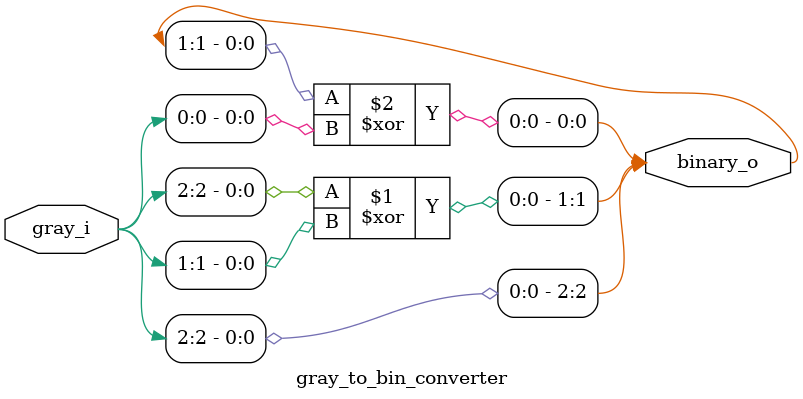
<source format=sv>
module gray_to_bin_converter #(
    parameter LENGTH = 3
) (
    input  logic [LENGTH-1:0] gray_i,
    output logic [LENGTH-1:0] binary_o
);

  genvar i;
  generate
    assign binary_o[LENGTH-1] = gray_i[LENGTH-1];
    for (i = LENGTH - 2; i >= 0; i = i - 1) begin : gen_binary
      assign binary_o[i] = binary_o[i+1] ^ gray_i[i];
    end
  endgenerate

endmodule

</source>
